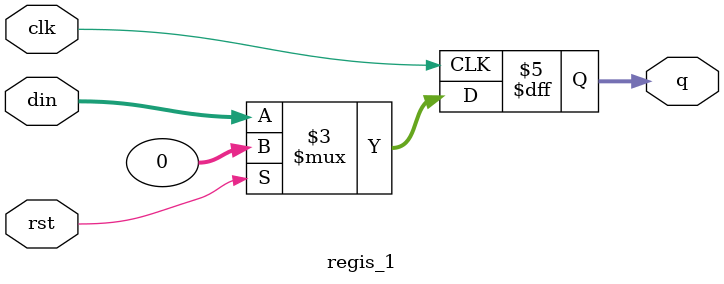
<source format=sv>
module regis_1(input logic [31:0] din, input clk, rst, output logic [31:0] q);
always_ff @(posedge clk) begin
 	if(rst) begin
		q <= 32'b0;
	end
	else begin
		q<=din;
	end
end
endmodule

</source>
